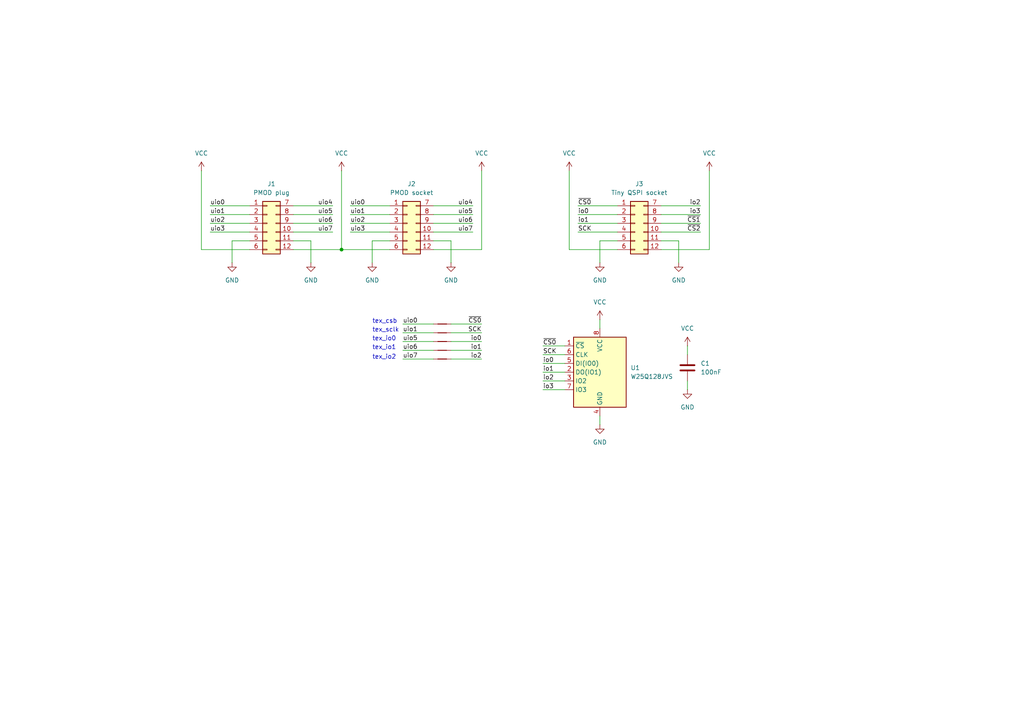
<source format=kicad_sch>
(kicad_sch (version 20231120) (generator "eeschema") (generator_version "8.0")
  (paper "A4")
  (lib_symbols
    (symbol "Connector_Generic:Conn_02x06_Top_Bottom" (pin_names (offset 1.016) hide)
      (property "Reference" "J" (at 1.27 7.62 0))
      (property "Value" "Conn_02x06_Top_Bottom" (at 1.27 -10.16 0))
      (symbol "Conn_02x06_Top_Bottom_1_1"
        (rectangle (start -1.27 -7.493) (end 0 -7.747) (stroke (width 0.1524)))
        (rectangle (start -1.27 -4.953) (end 0 -5.207) (stroke (width 0.1524)))
        (rectangle (start -1.27 -2.413) (end 0 -2.667) (stroke (width 0.1524)))
        (rectangle (start -1.27 0.127) (end 0 -0.127) (stroke (width 0.1524)))
        (rectangle (start -1.27 2.667) (end 0 2.413) (stroke (width 0.1524)))
        (rectangle (start -1.27 5.207) (end 0 4.953) (stroke (width 0.1524)))
        (rectangle (start -1.27 6.35) (end 3.81 -8.89) (stroke (width 0.254)) (fill (type background)))
        (rectangle (start 3.81 -7.493) (end 2.54 -7.747) (stroke (width 0.1524)))
        (rectangle (start 3.81 -4.953) (end 2.54 -5.207) (stroke (width 0.1524)))
        (rectangle (start 3.81 -2.413) (end 2.54 -2.667) (stroke (width 0.1524)))
        (rectangle (start 3.81 0.127) (end 2.54 -0.127) (stroke (width 0.1524)))
        (rectangle (start 3.81 2.667) (end 2.54 2.413) (stroke (width 0.1524)))
        (rectangle (start 3.81 5.207) (end 2.54 4.953) (stroke (width 0.1524)))
        (pin passive line (at -5.08 5.08 0) (length 3.81) (name "Pin_1") (number "1"))
        (pin passive line (at 7.62 -2.54 180) (length 3.81) (name "Pin_10") (number "10"))
        (pin passive line (at 7.62 -5.08 180) (length 3.81) (name "Pin_11") (number "11"))
        (pin passive line (at 7.62 -7.62 180) (length 3.81) (name "Pin_12") (number "12"))
        (pin passive line (at -5.08 2.54 0) (length 3.81) (name "Pin_2") (number "2"))
        (pin passive line (at -5.08 0 0) (length 3.81) (name "Pin_3") (number "3"))
        (pin passive line (at -5.08 -2.54 0) (length 3.81) (name "Pin_4") (number "4"))
        (pin passive line (at -5.08 -5.08 0) (length 3.81) (name "Pin_5") (number "5"))
        (pin passive line (at -5.08 -7.62 0) (length 3.81) (name "Pin_6") (number "6"))
        (pin passive line (at 7.62 5.08 180) (length 3.81) (name "Pin_7") (number "7"))
        (pin passive line (at 7.62 2.54 180) (length 3.81) (name "Pin_8") (number "8"))
        (pin passive line (at 7.62 0 180) (length 3.81) (name "Pin_9") (number "9"))
      )
    )
    (symbol "Device:C" (pin_numbers hide) (pin_names (offset 0.254))
      (property "Reference" "C" (at 0.635 2.54 0))
      (property "Value" "C" (at 0.635 -2.54 0))
      (symbol "C_0_1"
        (polyline (pts (xy -2.032 -0.762) (xy 2.032 -0.762)) (stroke (width 0.508)))
        (polyline (pts (xy -2.032 0.762) (xy 2.032 0.762)) (stroke (width 0.508)))
      )
      (symbol "C_1_1"
        (pin passive line (at 0 3.81 270) (length 2.794) (name "~") (number "1"))
        (pin passive line (at 0 -3.81 90) (length 2.794) (name "~") (number "2"))
      )
    )
    (symbol "Device:NetTie_2" (pin_numbers hide) (pin_names (offset 0) hide) (in_bom no)
      (property "Reference" "NT" (at 0 1.27 0))
      (property "Value" "NetTie_2" (at 0 -1.27 0))
      (symbol "NetTie_2_0_1"
        (polyline (pts (xy -1.27 0) (xy 1.27 0)) (stroke (width 0.254)))
      )
      (symbol "NetTie_2_1_1"
        (pin passive line (at -2.54 0 0) (length 2.54) (name "1") (number "1"))
        (pin passive line (at 2.54 0 180) (length 2.54) (name "2") (number "2"))
      )
    )
    (symbol "Memory_Flash:W25Q128JVS"
      (property "Reference" "U" (at -6.35 11.43 0))
      (property "Value" "W25Q128JVS" (at 7.62 11.43 0))
      (symbol "W25Q128JVS_0_1"
        (rectangle (start -7.62 10.16) (end 7.62 -10.16) (stroke (width 0.254)) (fill (type background)))
      )
      (symbol "W25Q128JVS_1_1"
        (pin input line (at -10.16 7.62 0) (length 2.54) (name "~{CS}") (number "1"))
        (pin bidirectional line (at -10.16 0 0) (length 2.54) (name "DO(IO1)") (number "2"))
        (pin bidirectional line (at -10.16 -2.54 0) (length 2.54) (name "IO2") (number "3"))
        (pin power_in line (at 0 -12.7 90) (length 2.54) (name "GND") (number "4"))
        (pin bidirectional line (at -10.16 2.54 0) (length 2.54) (name "DI(IO0)") (number "5"))
        (pin input line (at -10.16 5.08 0) (length 2.54) (name "CLK") (number "6"))
        (pin bidirectional line (at -10.16 -5.08 0) (length 2.54) (name "IO3") (number "7"))
        (pin power_in line (at 0 12.7 270) (length 2.54) (name "VCC") (number "8"))
      )
    )
    (symbol "power:GND" (power) (pin_numbers hide) (pin_names (offset 0) hide)
      (property "Value" "GND" (at 0 -3.81 0))
      (symbol "GND_0_1"
        (polyline (pts (xy 0 0) (xy 0 -1.27) (xy 1.27 -1.27) (xy 0 -2.54) (xy -1.27 -1.27) (xy 0 -1.27)))
      )
      (symbol "GND_1_1"
        (pin power_in line (at 0 0 270) (length 0) (name "~") (number "1"))
      )
    )
    (symbol "power:VCC" (power) (pin_numbers hide) (pin_names (offset 0) hide)
      (property "Value" "VCC" (at 0 3.556 0))
      (symbol "VCC_0_1"
        (polyline (pts (xy -0.762 1.27) (xy 0 2.54)))
        (polyline (pts (xy 0 0) (xy 0 2.54)))
        (polyline (pts (xy 0 2.54) (xy 0.762 1.27)))
      )
      (symbol "VCC_1_1"
        (pin power_in line (at 0 0 90) (length 0) (name "~") (number "1"))
      )
    )
  )
  (junction (at 99.06 72.39))
  (wire (pts (xy 139.7 101.6) (xy 130.81 101.6)))
  (wire (pts (xy 157.48 105.41) (xy 163.83 105.41)))
  (wire (pts (xy 173.99 69.85) (xy 179.07 69.85)))
  (wire (pts (xy 137.16 59.69) (xy 125.73 59.69)))
  (wire (pts (xy 191.77 64.77) (xy 203.2 64.77)))
  (wire (pts (xy 137.16 64.77) (xy 125.73 64.77)))
  (wire (pts (xy 96.52 59.69) (xy 85.09 59.69)))
  (wire (pts (xy 157.48 102.87) (xy 163.83 102.87)))
  (wire (pts (xy 90.17 69.85) (xy 85.09 69.85)))
  (wire (pts (xy 165.1 49.53) (xy 165.1 72.39)))
  (wire (pts (xy 191.77 72.39) (xy 205.74 72.39)))
  (wire (pts (xy 60.96 67.31) (xy 72.39 67.31)))
  (wire (pts (xy 116.84 99.06) (xy 125.73 99.06)))
  (wire (pts (xy 96.52 64.77) (xy 85.09 64.77)))
  (wire (pts (xy 96.52 67.31) (xy 85.09 67.31)))
  (wire (pts (xy 67.31 69.85) (xy 72.39 69.85)))
  (wire (pts (xy 125.73 72.39) (xy 139.7 72.39)))
  (wire (pts (xy 179.07 72.39) (xy 165.1 72.39)))
  (wire (pts (xy 157.48 107.95) (xy 163.83 107.95)))
  (wire (pts (xy 137.16 67.31) (xy 125.73 67.31)))
  (wire (pts (xy 60.96 64.77) (xy 72.39 64.77)))
  (wire (pts (xy 139.7 104.14) (xy 130.81 104.14)))
  (wire (pts (xy 191.77 59.69) (xy 203.2 59.69)))
  (wire (pts (xy 58.42 49.53) (xy 58.42 72.39)))
  (wire (pts (xy 116.84 104.14) (xy 125.73 104.14)))
  (wire (pts (xy 157.48 100.33) (xy 163.83 100.33)))
  (wire (pts (xy 116.84 101.6) (xy 125.73 101.6)))
  (wire (pts (xy 107.95 69.85) (xy 113.03 69.85)))
  (wire (pts (xy 157.48 110.49) (xy 163.83 110.49)))
  (wire (pts (xy 139.7 99.06) (xy 130.81 99.06)))
  (wire (pts (xy 60.96 59.69) (xy 72.39 59.69)))
  (wire (pts (xy 173.99 123.19) (xy 173.99 120.65)))
  (wire (pts (xy 101.6 64.77) (xy 113.03 64.77)))
  (wire (pts (xy 60.96 62.23) (xy 72.39 62.23)))
  (wire (pts (xy 167.64 64.77) (xy 179.07 64.77)))
  (wire (pts (xy 173.99 92.71) (xy 173.99 95.25)))
  (wire (pts (xy 196.85 69.85) (xy 191.77 69.85)))
  (wire (pts (xy 173.99 69.85) (xy 173.99 76.2)))
  (wire (pts (xy 130.81 69.85) (xy 130.81 76.2)))
  (wire (pts (xy 139.7 49.53) (xy 139.7 72.39)))
  (wire (pts (xy 205.74 49.53) (xy 205.74 72.39)))
  (wire (pts (xy 199.39 113.03) (xy 199.39 110.49)))
  (wire (pts (xy 99.06 72.39) (xy 113.03 72.39)))
  (wire (pts (xy 101.6 59.69) (xy 113.03 59.69)))
  (wire (pts (xy 130.81 69.85) (xy 125.73 69.85)))
  (wire (pts (xy 96.52 62.23) (xy 85.09 62.23)))
  (wire (pts (xy 191.77 62.23) (xy 203.2 62.23)))
  (wire (pts (xy 167.64 62.23) (xy 179.07 62.23)))
  (wire (pts (xy 116.84 96.52) (xy 125.73 96.52)))
  (wire (pts (xy 139.7 96.52) (xy 130.81 96.52)))
  (wire (pts (xy 137.16 62.23) (xy 125.73 62.23)))
  (wire (pts (xy 101.6 67.31) (xy 113.03 67.31)))
  (wire (pts (xy 58.42 72.39) (xy 72.39 72.39)))
  (wire (pts (xy 101.6 62.23) (xy 113.03 62.23)))
  (wire (pts (xy 196.85 69.85) (xy 196.85 76.2)))
  (wire (pts (xy 90.17 69.85) (xy 90.17 76.2)))
  (wire (pts (xy 191.77 67.31) (xy 203.2 67.31)))
  (wire (pts (xy 167.64 59.69) (xy 179.07 59.69)))
  (wire (pts (xy 157.48 113.03) (xy 163.83 113.03)))
  (wire (pts (xy 139.7 93.98) (xy 130.81 93.98)))
  (wire (pts (xy 85.09 72.39) (xy 99.06 72.39)))
  (wire (pts (xy 107.95 69.85) (xy 107.95 76.2)))
  (wire (pts (xy 99.06 49.53) (xy 99.06 72.39)))
  (wire (pts (xy 167.64 67.31) (xy 179.07 67.31)))
  (wire (pts (xy 67.31 69.85) (xy 67.31 76.2)))
  (wire (pts (xy 116.84 93.98) (xy 125.73 93.98)))
  (wire (pts (xy 199.39 100.33) (xy 199.39 102.87)))
  (text "tex_sclk" (at 107.95 95.758 0) (effects (font (size 1.27 1.27)) (justify left)))
  (text "tex_io0" (at 107.95 98.298 0) (effects (font (size 1.27 1.27)) (justify left)))
  (text "tex_csb" (at 107.95 93.218 0) (effects (font (size 1.27 1.27)) (justify left)))
  (text "tex_io2" (at 107.95 103.632 0) (effects (font (size 1.27 1.27)) (justify left)))
  (text "tex_io1" (at 107.95 100.838 0) (effects (font (size 1.27 1.27)) (justify left)))
  (label "uio1" (at 60.96 62.23 0))
  (label "uio5" (at 116.84 99.06 0))
  (label "uio7" (at 116.84 104.14 0))
  (label "uio2" (at 60.96 64.77 0))
  (label "uio6" (at 96.52 64.77 180))
  (label "uio1" (at 116.84 96.52 0))
  (label "io1" (at 139.7 101.6 180))
  (label "io0" (at 139.7 99.06 180))
  (label "~{CS0}" (at 157.48 100.33 0))
  (label "uio3" (at 60.96 67.31 0))
  (label "uio4" (at 137.16 59.69 180))
  (label "uio0" (at 101.6 59.69 0))
  (label "uio4" (at 96.52 59.69 180))
  (label "~{CS0}" (at 139.7 93.98 180))
  (label "uio5" (at 96.52 62.23 180))
  (label "uio6" (at 137.16 64.77 180))
  (label "io2" (at 203.2 59.69 180))
  (label "uio0" (at 116.84 93.98 0))
  (label "io1" (at 157.48 107.95 0))
  (label "uio3" (at 101.6 67.31 0))
  (label "io2" (at 139.7 104.14 180))
  (label "uio7" (at 137.16 67.31 180))
  (label "SCK" (at 167.64 67.31 0))
  (label "~{CS0}" (at 167.64 59.69 0))
  (label "io2" (at 157.48 110.49 0))
  (label "io0" (at 157.48 105.41 0))
  (label "~{CS2}" (at 203.2 67.31 180))
  (label "uio0" (at 60.96 59.69 0))
  (label "uio2" (at 101.6 64.77 0))
  (label "SCK" (at 157.48 102.87 0))
  (label "uio1" (at 101.6 62.23 0))
  (label "~{CS1}" (at 203.2 64.77 180))
  (label "uio7" (at 96.52 67.31 180))
  (label "SCK" (at 139.7 96.52 180))
  (label "io0" (at 167.64 62.23 0))
  (label "io1" (at 167.64 64.77 0))
  (label "uio6" (at 116.84 101.6 0))
  (label "io3" (at 157.48 113.03 0))
  (label "io3" (at 203.2 62.23 180))
  (label "uio5" (at 137.16 62.23 180))
  (symbol (lib_id "Memory_Flash:W25Q128JVS") (at 173.99 107.95 0) (unit 1)
    (property "Reference" "U1" (at 182.88 106.6799 0) (effects (justify left)))
    (property "Value" "W25Q128JVS" (at 182.88 109.2199 0) (effects (justify left)))
    (property "Footprint" "Package_SO:SOIC-8_5.23x5.23mm_P1.27mm" (effects (hide yes)))
    (property "Datasheet" "https://www.winbond.com/resource-files/w25q128jv_dtr%20revc%2003272018%20plus.pdf" (effects (hide yes)))
    (property "Description" "128Mb Serial Flash Memory, Standard/Dual/Quad SPI, SOIC-8" (effects (hide yes)))
  )
  (symbol (lib_id "power:VCC") (at 205.74 49.53 0) (unit 1)
    (property "Reference" "#PWR11" (effects (hide yes)))
    (property "Value" "VCC" (at 205.74 44.45 0))
    (property "Description" "Power symbol creates a global label with name \"VCC\"" (effects (hide yes)))
  )
  (symbol (lib_id "Device:NetTie_2") (at 128.27 96.52 0) (unit 1) (in_bom no)
    (property "Reference" "NT2" (effects (hide yes)))
    (property "Value" "NetTie_2" (effects (hide yes)))
    (property "Footprint" "NetTie:NetTie-2_SMD_Pad0.5mm" (effects (hide yes)))
    (property "Description" "Net tie, 2 pins" (effects (hide yes)))
  )
  (symbol (lib_id "Connector_Generic:Conn_02x06_Top_Bottom") (at 184.15 64.77 0) (unit 1)
    (property "Reference" "J3" (at 185.42 53.34 0))
    (property "Value" "Tiny QSPI socket" (at 185.42 55.88 0))
    (property "Footprint" "Anton Kicad Footprints Lib:PinSocket_2x06_P2.54mm_PMODPeriph2B_Clip" (effects (hide yes)))
    (property "Description" "Generic connector, double row, 02x06, top/bottom pin numbering scheme (row 1: 1...pins_per_row, row2: pins_per_row+1 ... num_pins), script generated (kicad-library-utils/schlib/autogen/connector/)" (effects (hide yes)))
  )
  (symbol (lib_id "power:VCC") (at 139.7 49.53 0) (unit 1)
    (property "Reference" "#PWR7" (effects (hide yes)))
    (property "Value" "VCC" (at 139.7 44.45 0))
    (property "Description" "Power symbol creates a global label with name \"VCC\"" (effects (hide yes)))
  )
  (symbol (lib_id "power:GND") (at 199.39 113.03 0) (unit 1)
    (property "Reference" "#PWR15" (effects (hide yes)))
    (property "Value" "GND" (at 199.39 118.11 0))
    (property "Description" "Power symbol creates a global label with name \"GND\" , ground" (effects (hide yes)))
  )
  (symbol (lib_id "Device:NetTie_2") (at 128.27 93.98 0) (unit 1) (in_bom no)
    (property "Reference" "NT1" (effects (hide yes)))
    (property "Value" "NetTie_2" (effects (hide yes)))
    (property "Footprint" "NetTie:NetTie-2_SMD_Pad0.5mm" (effects (hide yes)))
    (property "Description" "Net tie, 2 pins" (effects (hide yes)))
  )
  (symbol (lib_id "power:VCC") (at 173.99 92.71 0) (unit 1)
    (property "Reference" "#PWR12" (effects (hide yes)))
    (property "Value" "VCC" (at 173.99 87.63 0))
    (property "Description" "Power symbol creates a global label with name \"VCC\"" (effects (hide yes)))
  )
  (symbol (lib_id "power:VCC") (at 58.42 49.53 0) (unit 1)
    (property "Reference" "#PWR2" (effects (hide yes)))
    (property "Value" "VCC" (at 58.42 44.45 0))
    (property "Description" "Power symbol creates a global label with name \"VCC\"" (effects (hide yes)))
  )
  (symbol (lib_id "power:GND") (at 130.81 76.2 0) (mirror y) (unit 1)
    (property "Reference" "#PWR6" (effects (hide yes)))
    (property "Value" "GND" (at 130.81 81.28 0))
    (property "Description" "Power symbol creates a global label with name \"GND\" , ground" (effects (hide yes)))
  )
  (symbol (lib_id "power:GND") (at 173.99 123.19 0) (unit 1)
    (property "Reference" "#PWR13" (effects (hide yes)))
    (property "Value" "GND" (at 173.99 128.27 0))
    (property "Description" "Power symbol creates a global label with name \"GND\" , ground" (effects (hide yes)))
  )
  (symbol (lib_id "Device:NetTie_2") (at 128.27 101.6 0) (unit 1) (in_bom no)
    (property "Reference" "NT4" (effects (hide yes)))
    (property "Value" "NetTie_2" (effects (hide yes)))
    (property "Footprint" "NetTie:NetTie-2_SMD_Pad0.5mm" (effects (hide yes)))
    (property "Description" "Net tie, 2 pins" (effects (hide yes)))
  )
  (symbol (lib_id "Connector_Generic:Conn_02x06_Top_Bottom") (at 118.11 64.77 0) (unit 1)
    (property "Reference" "J2" (at 119.38 53.34 0))
    (property "Value" "PMOD socket" (at 119.38 55.88 0))
    (property "Footprint" "Anton Kicad Footprints Lib:PinSocket_2x06_P2.54mm_PMODPeriph2B_Vertical" (effects (hide yes)))
    (property "Description" "Generic connector, double row, 02x06, top/bottom pin numbering scheme (row 1: 1...pins_per_row, row2: pins_per_row+1 ... num_pins), script generated (kicad-library-utils/schlib/autogen/connector/)" (effects (hide yes)))
  )
  (symbol (lib_id "power:GND") (at 196.85 76.2 0) (mirror y) (unit 1)
    (property "Reference" "#PWR8" (effects (hide yes)))
    (property "Value" "GND" (at 196.85 81.28 0))
    (property "Description" "Power symbol creates a global label with name \"GND\" , ground" (effects (hide yes)))
  )
  (symbol (lib_id "Connector_Generic:Conn_02x06_Top_Bottom") (at 77.47 64.77 0) (unit 1)
    (property "Reference" "J1" (at 78.74 53.34 0))
    (property "Value" "PMOD plug" (at 78.74 55.88 0))
    (property "Footprint" "Anton Kicad Footprints Lib:PinHeader_2x06_P2.54mm_PMODPeriph2B_Clip" (effects (hide yes)))
    (property "Description" "Generic connector, double row, 02x06, top/bottom pin numbering scheme (row 1: 1...pins_per_row, row2: pins_per_row+1 ... num_pins), script generated (kicad-library-utils/schlib/autogen/connector/)" (effects (hide yes)))
  )
  (symbol (lib_id "power:GND") (at 67.31 76.2 0) (unit 1)
    (property "Reference" "#PWR1" (effects (hide yes)))
    (property "Value" "GND" (at 67.31 81.28 0))
    (property "Description" "Power symbol creates a global label with name \"GND\" , ground" (effects (hide yes)))
  )
  (symbol (lib_id "power:VCC") (at 199.39 100.33 0) (unit 1)
    (property "Reference" "#PWR14" (effects (hide yes)))
    (property "Value" "VCC" (at 199.39 95.25 0))
    (property "Description" "Power symbol creates a global label with name \"VCC\"" (effects (hide yes)))
  )
  (symbol (lib_id "power:GND") (at 107.95 76.2 0) (unit 1)
    (property "Reference" "#PWR5" (effects (hide yes)))
    (property "Value" "GND" (at 107.95 81.28 0))
    (property "Description" "Power symbol creates a global label with name \"GND\" , ground" (effects (hide yes)))
  )
  (symbol (lib_id "power:GND") (at 90.17 76.2 0) (mirror y) (unit 1)
    (property "Reference" "#PWR3" (effects (hide yes)))
    (property "Value" "GND" (at 90.17 81.28 0))
    (property "Description" "Power symbol creates a global label with name \"GND\" , ground" (effects (hide yes)))
  )
  (symbol (lib_id "Device:NetTie_2") (at 128.27 104.14 0) (unit 1) (in_bom no)
    (property "Reference" "NT5" (effects (hide yes)))
    (property "Value" "NetTie_2" (effects (hide yes)))
    (property "Footprint" "NetTie:NetTie-2_SMD_Pad0.5mm" (effects (hide yes)))
    (property "Description" "Net tie, 2 pins" (effects (hide yes)))
  )
  (symbol (lib_id "power:VCC") (at 99.06 49.53 0) (unit 1)
    (property "Reference" "#PWR4" (effects (hide yes)))
    (property "Value" "VCC" (at 99.06 44.45 0))
    (property "Description" "Power symbol creates a global label with name \"VCC\"" (effects (hide yes)))
  )
  (symbol (lib_id "Device:NetTie_2") (at 128.27 99.06 0) (unit 1) (in_bom no)
    (property "Reference" "NT3" (effects (hide yes)))
    (property "Value" "NetTie_2" (effects (hide yes)))
    (property "Footprint" "NetTie:NetTie-2_SMD_Pad0.5mm" (effects (hide yes)))
    (property "Description" "Net tie, 2 pins" (effects (hide yes)))
  )
  (symbol (lib_id "power:GND") (at 173.99 76.2 0) (unit 1)
    (property "Reference" "#PWR9" (effects (hide yes)))
    (property "Value" "GND" (at 173.99 81.28 0))
    (property "Description" "Power symbol creates a global label with name \"GND\" , ground" (effects (hide yes)))
  )
  (symbol (lib_id "Device:C") (at 199.39 106.68 0) (unit 1)
    (property "Reference" "C1" (at 203.2 105.4099 0) (effects (justify left)))
    (property "Value" "100nF" (at 203.2 107.9499 0) (effects (justify left)))
    (property "Footprint" "Capacitor_SMD:C_0805_2012Metric_Pad1.18x1.45mm_HandSolder" (effects (hide yes)))
    (property "Description" "Unpolarized capacitor" (effects (hide yes)))
  )
  (symbol (lib_id "power:VCC") (at 165.1 49.53 0) (unit 1)
    (property "Reference" "#PWR10" (effects (hide yes)))
    (property "Value" "VCC" (at 165.1 44.45 0))
    (property "Description" "Power symbol creates a global label with name \"VCC\"" (effects (hide yes)))
  )
)
</source>
